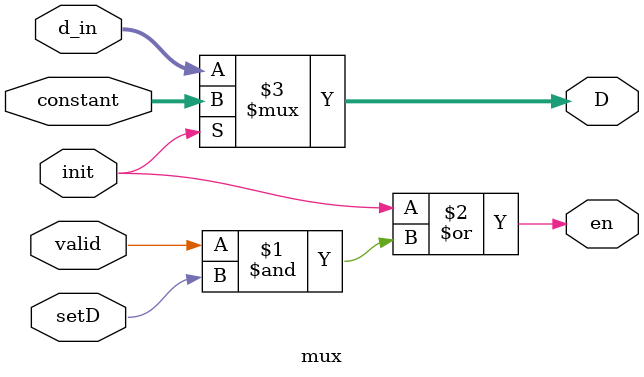
<source format=sv>
module mux(input logic init, valid, setD,
	   input logic [3:0] d_in, constant,
	   output logic[3:0] D,
	   output logic en);

assign en = init | (valid & setD);

assign D = (init) ? constant : d_in;

endmodule

</source>
